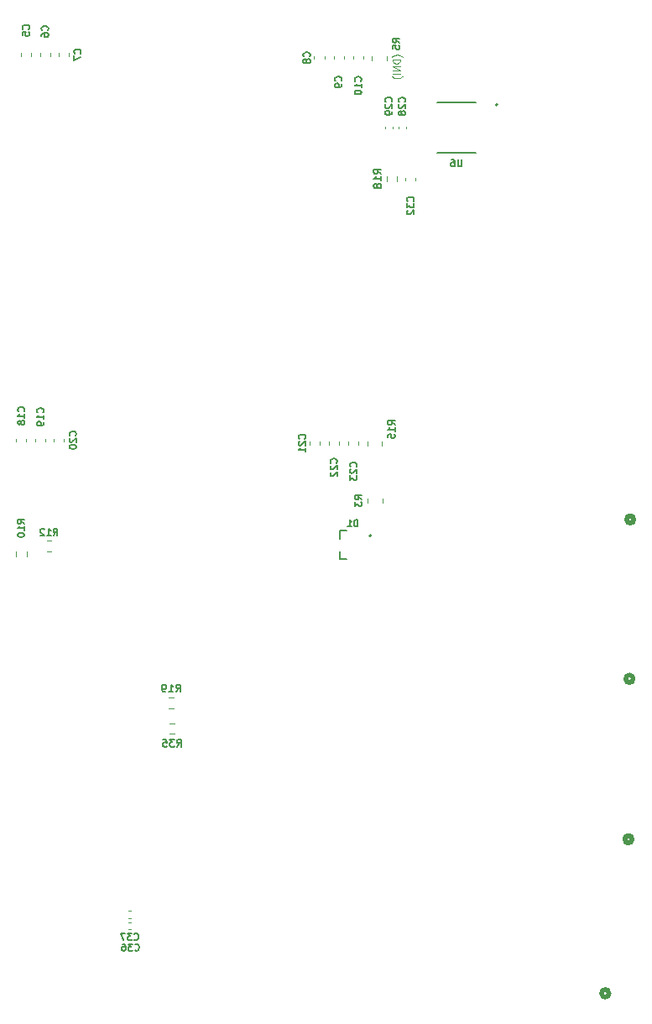
<source format=gbr>
%TF.GenerationSoftware,KiCad,Pcbnew,8.0.6*%
%TF.CreationDate,2025-05-16T10:58:21-04:00*%
%TF.ProjectId,3 - Charge_Pre-Amplifier,33202d20-4368-4617-9267-655f5072652d,rev?*%
%TF.SameCoordinates,Original*%
%TF.FileFunction,Legend,Bot*%
%TF.FilePolarity,Positive*%
%FSLAX46Y46*%
G04 Gerber Fmt 4.6, Leading zero omitted, Abs format (unit mm)*
G04 Created by KiCad (PCBNEW 8.0.6) date 2025-05-16 10:58:21*
%MOMM*%
%LPD*%
G01*
G04 APERTURE LIST*
%ADD10C,0.100000*%
%ADD11C,0.150000*%
%ADD12C,0.508000*%
%ADD13C,0.127000*%
%ADD14C,0.200000*%
%ADD15C,0.120000*%
G04 APERTURE END LIST*
D10*
X303320800Y-70297455D02*
X303287466Y-70264122D01*
X303287466Y-70264122D02*
X303187466Y-70197455D01*
X303187466Y-70197455D02*
X303120800Y-70164122D01*
X303120800Y-70164122D02*
X303020800Y-70130789D01*
X303020800Y-70130789D02*
X302854133Y-70097455D01*
X302854133Y-70097455D02*
X302720800Y-70097455D01*
X302720800Y-70097455D02*
X302554133Y-70130789D01*
X302554133Y-70130789D02*
X302454133Y-70164122D01*
X302454133Y-70164122D02*
X302387466Y-70197455D01*
X302387466Y-70197455D02*
X302287466Y-70264122D01*
X302287466Y-70264122D02*
X302254133Y-70297455D01*
X303054133Y-70564122D02*
X302354133Y-70564122D01*
X302354133Y-70564122D02*
X302354133Y-70730789D01*
X302354133Y-70730789D02*
X302387466Y-70830789D01*
X302387466Y-70830789D02*
X302454133Y-70897456D01*
X302454133Y-70897456D02*
X302520800Y-70930789D01*
X302520800Y-70930789D02*
X302654133Y-70964122D01*
X302654133Y-70964122D02*
X302754133Y-70964122D01*
X302754133Y-70964122D02*
X302887466Y-70930789D01*
X302887466Y-70930789D02*
X302954133Y-70897456D01*
X302954133Y-70897456D02*
X303020800Y-70830789D01*
X303020800Y-70830789D02*
X303054133Y-70730789D01*
X303054133Y-70730789D02*
X303054133Y-70564122D01*
X303054133Y-71264122D02*
X302354133Y-71264122D01*
X302354133Y-71264122D02*
X303054133Y-71664122D01*
X303054133Y-71664122D02*
X302354133Y-71664122D01*
X303054133Y-71997455D02*
X302354133Y-71997455D01*
X303320800Y-72264122D02*
X303287466Y-72297455D01*
X303287466Y-72297455D02*
X303187466Y-72364122D01*
X303187466Y-72364122D02*
X303120800Y-72397455D01*
X303120800Y-72397455D02*
X303020800Y-72430788D01*
X303020800Y-72430788D02*
X302854133Y-72464122D01*
X302854133Y-72464122D02*
X302720800Y-72464122D01*
X302720800Y-72464122D02*
X302554133Y-72430788D01*
X302554133Y-72430788D02*
X302454133Y-72397455D01*
X302454133Y-72397455D02*
X302387466Y-72364122D01*
X302387466Y-72364122D02*
X302287466Y-72297455D01*
X302287466Y-72297455D02*
X302254133Y-72264122D01*
D11*
X298772381Y-117638276D02*
X298772381Y-116998276D01*
X298772381Y-116998276D02*
X298620000Y-116998276D01*
X298620000Y-116998276D02*
X298528571Y-117028752D01*
X298528571Y-117028752D02*
X298467619Y-117089704D01*
X298467619Y-117089704D02*
X298437142Y-117150657D01*
X298437142Y-117150657D02*
X298406666Y-117272561D01*
X298406666Y-117272561D02*
X298406666Y-117363990D01*
X298406666Y-117363990D02*
X298437142Y-117485895D01*
X298437142Y-117485895D02*
X298467619Y-117546847D01*
X298467619Y-117546847D02*
X298528571Y-117607800D01*
X298528571Y-117607800D02*
X298620000Y-117638276D01*
X298620000Y-117638276D02*
X298772381Y-117638276D01*
X297797142Y-117638276D02*
X298162857Y-117638276D01*
X297980000Y-117638276D02*
X297980000Y-116998276D01*
X297980000Y-116998276D02*
X298040952Y-117089704D01*
X298040952Y-117089704D02*
X298101904Y-117150657D01*
X298101904Y-117150657D02*
X298162857Y-117181133D01*
X276320000Y-160399366D02*
X276353333Y-160432700D01*
X276353333Y-160432700D02*
X276453333Y-160466033D01*
X276453333Y-160466033D02*
X276520000Y-160466033D01*
X276520000Y-160466033D02*
X276620000Y-160432700D01*
X276620000Y-160432700D02*
X276686667Y-160366033D01*
X276686667Y-160366033D02*
X276720000Y-160299366D01*
X276720000Y-160299366D02*
X276753333Y-160166033D01*
X276753333Y-160166033D02*
X276753333Y-160066033D01*
X276753333Y-160066033D02*
X276720000Y-159932700D01*
X276720000Y-159932700D02*
X276686667Y-159866033D01*
X276686667Y-159866033D02*
X276620000Y-159799366D01*
X276620000Y-159799366D02*
X276520000Y-159766033D01*
X276520000Y-159766033D02*
X276453333Y-159766033D01*
X276453333Y-159766033D02*
X276353333Y-159799366D01*
X276353333Y-159799366D02*
X276320000Y-159832700D01*
X276086667Y-159766033D02*
X275653333Y-159766033D01*
X275653333Y-159766033D02*
X275886667Y-160032700D01*
X275886667Y-160032700D02*
X275786667Y-160032700D01*
X275786667Y-160032700D02*
X275720000Y-160066033D01*
X275720000Y-160066033D02*
X275686667Y-160099366D01*
X275686667Y-160099366D02*
X275653333Y-160166033D01*
X275653333Y-160166033D02*
X275653333Y-160332700D01*
X275653333Y-160332700D02*
X275686667Y-160399366D01*
X275686667Y-160399366D02*
X275720000Y-160432700D01*
X275720000Y-160432700D02*
X275786667Y-160466033D01*
X275786667Y-160466033D02*
X275986667Y-160466033D01*
X275986667Y-160466033D02*
X276053333Y-160432700D01*
X276053333Y-160432700D02*
X276086667Y-160399366D01*
X275053333Y-159766033D02*
X275186666Y-159766033D01*
X275186666Y-159766033D02*
X275253333Y-159799366D01*
X275253333Y-159799366D02*
X275286666Y-159832700D01*
X275286666Y-159832700D02*
X275353333Y-159932700D01*
X275353333Y-159932700D02*
X275386666Y-160066033D01*
X275386666Y-160066033D02*
X275386666Y-160332700D01*
X275386666Y-160332700D02*
X275353333Y-160399366D01*
X275353333Y-160399366D02*
X275320000Y-160432700D01*
X275320000Y-160432700D02*
X275253333Y-160466033D01*
X275253333Y-160466033D02*
X275120000Y-160466033D01*
X275120000Y-160466033D02*
X275053333Y-160432700D01*
X275053333Y-160432700D02*
X275020000Y-160399366D01*
X275020000Y-160399366D02*
X274986666Y-160332700D01*
X274986666Y-160332700D02*
X274986666Y-160166033D01*
X274986666Y-160166033D02*
X275020000Y-160099366D01*
X275020000Y-160099366D02*
X275053333Y-160066033D01*
X275053333Y-160066033D02*
X275120000Y-160032700D01*
X275120000Y-160032700D02*
X275253333Y-160032700D01*
X275253333Y-160032700D02*
X275320000Y-160066033D01*
X275320000Y-160066033D02*
X275353333Y-160099366D01*
X275353333Y-160099366D02*
X275386666Y-160166033D01*
X280472143Y-134359164D02*
X280722143Y-134002021D01*
X280900714Y-134359164D02*
X280900714Y-133609164D01*
X280900714Y-133609164D02*
X280615000Y-133609164D01*
X280615000Y-133609164D02*
X280543571Y-133644878D01*
X280543571Y-133644878D02*
X280507857Y-133680592D01*
X280507857Y-133680592D02*
X280472143Y-133752021D01*
X280472143Y-133752021D02*
X280472143Y-133859164D01*
X280472143Y-133859164D02*
X280507857Y-133930592D01*
X280507857Y-133930592D02*
X280543571Y-133966307D01*
X280543571Y-133966307D02*
X280615000Y-134002021D01*
X280615000Y-134002021D02*
X280900714Y-134002021D01*
X279757857Y-134359164D02*
X280186428Y-134359164D01*
X279972143Y-134359164D02*
X279972143Y-133609164D01*
X279972143Y-133609164D02*
X280043571Y-133716307D01*
X280043571Y-133716307D02*
X280115000Y-133787735D01*
X280115000Y-133787735D02*
X280186428Y-133823450D01*
X279400714Y-134359164D02*
X279257857Y-134359164D01*
X279257857Y-134359164D02*
X279186428Y-134323450D01*
X279186428Y-134323450D02*
X279150714Y-134287735D01*
X279150714Y-134287735D02*
X279079285Y-134180592D01*
X279079285Y-134180592D02*
X279043571Y-134037735D01*
X279043571Y-134037735D02*
X279043571Y-133752021D01*
X279043571Y-133752021D02*
X279079285Y-133680592D01*
X279079285Y-133680592D02*
X279115000Y-133644878D01*
X279115000Y-133644878D02*
X279186428Y-133609164D01*
X279186428Y-133609164D02*
X279329285Y-133609164D01*
X279329285Y-133609164D02*
X279400714Y-133644878D01*
X279400714Y-133644878D02*
X279436428Y-133680592D01*
X279436428Y-133680592D02*
X279472142Y-133752021D01*
X279472142Y-133752021D02*
X279472142Y-133930592D01*
X279472142Y-133930592D02*
X279436428Y-134002021D01*
X279436428Y-134002021D02*
X279400714Y-134037735D01*
X279400714Y-134037735D02*
X279329285Y-134073450D01*
X279329285Y-134073450D02*
X279186428Y-134073450D01*
X279186428Y-134073450D02*
X279115000Y-134037735D01*
X279115000Y-134037735D02*
X279079285Y-134002021D01*
X279079285Y-134002021D02*
X279043571Y-133930592D01*
X302214366Y-74804999D02*
X302247700Y-74771666D01*
X302247700Y-74771666D02*
X302281033Y-74671666D01*
X302281033Y-74671666D02*
X302281033Y-74604999D01*
X302281033Y-74604999D02*
X302247700Y-74504999D01*
X302247700Y-74504999D02*
X302181033Y-74438333D01*
X302181033Y-74438333D02*
X302114366Y-74404999D01*
X302114366Y-74404999D02*
X301981033Y-74371666D01*
X301981033Y-74371666D02*
X301881033Y-74371666D01*
X301881033Y-74371666D02*
X301747700Y-74404999D01*
X301747700Y-74404999D02*
X301681033Y-74438333D01*
X301681033Y-74438333D02*
X301614366Y-74504999D01*
X301614366Y-74504999D02*
X301581033Y-74604999D01*
X301581033Y-74604999D02*
X301581033Y-74671666D01*
X301581033Y-74671666D02*
X301614366Y-74771666D01*
X301614366Y-74771666D02*
X301647700Y-74804999D01*
X301647700Y-75071666D02*
X301614366Y-75104999D01*
X301614366Y-75104999D02*
X301581033Y-75171666D01*
X301581033Y-75171666D02*
X301581033Y-75338333D01*
X301581033Y-75338333D02*
X301614366Y-75404999D01*
X301614366Y-75404999D02*
X301647700Y-75438333D01*
X301647700Y-75438333D02*
X301714366Y-75471666D01*
X301714366Y-75471666D02*
X301781033Y-75471666D01*
X301781033Y-75471666D02*
X301881033Y-75438333D01*
X301881033Y-75438333D02*
X302281033Y-75038333D01*
X302281033Y-75038333D02*
X302281033Y-75471666D01*
X302281033Y-75805000D02*
X302281033Y-75938333D01*
X302281033Y-75938333D02*
X302247700Y-76005000D01*
X302247700Y-76005000D02*
X302214366Y-76038333D01*
X302214366Y-76038333D02*
X302114366Y-76105000D01*
X302114366Y-76105000D02*
X301981033Y-76138333D01*
X301981033Y-76138333D02*
X301714366Y-76138333D01*
X301714366Y-76138333D02*
X301647700Y-76105000D01*
X301647700Y-76105000D02*
X301614366Y-76071666D01*
X301614366Y-76071666D02*
X301581033Y-76005000D01*
X301581033Y-76005000D02*
X301581033Y-75871666D01*
X301581033Y-75871666D02*
X301614366Y-75805000D01*
X301614366Y-75805000D02*
X301647700Y-75771666D01*
X301647700Y-75771666D02*
X301714366Y-75738333D01*
X301714366Y-75738333D02*
X301881033Y-75738333D01*
X301881033Y-75738333D02*
X301947700Y-75771666D01*
X301947700Y-75771666D02*
X301981033Y-75805000D01*
X301981033Y-75805000D02*
X302014366Y-75871666D01*
X302014366Y-75871666D02*
X302014366Y-76005000D01*
X302014366Y-76005000D02*
X301981033Y-76071666D01*
X301981033Y-76071666D02*
X301947700Y-76105000D01*
X301947700Y-76105000D02*
X301881033Y-76138333D01*
X299226033Y-114933333D02*
X298892700Y-114700000D01*
X299226033Y-114533333D02*
X298526033Y-114533333D01*
X298526033Y-114533333D02*
X298526033Y-114800000D01*
X298526033Y-114800000D02*
X298559366Y-114866667D01*
X298559366Y-114866667D02*
X298592700Y-114900000D01*
X298592700Y-114900000D02*
X298659366Y-114933333D01*
X298659366Y-114933333D02*
X298759366Y-114933333D01*
X298759366Y-114933333D02*
X298826033Y-114900000D01*
X298826033Y-114900000D02*
X298859366Y-114866667D01*
X298859366Y-114866667D02*
X298892700Y-114800000D01*
X298892700Y-114800000D02*
X298892700Y-114533333D01*
X298526033Y-115166667D02*
X298526033Y-115600000D01*
X298526033Y-115600000D02*
X298792700Y-115366667D01*
X298792700Y-115366667D02*
X298792700Y-115466667D01*
X298792700Y-115466667D02*
X298826033Y-115533333D01*
X298826033Y-115533333D02*
X298859366Y-115566667D01*
X298859366Y-115566667D02*
X298926033Y-115600000D01*
X298926033Y-115600000D02*
X299092700Y-115600000D01*
X299092700Y-115600000D02*
X299159366Y-115566667D01*
X299159366Y-115566667D02*
X299192700Y-115533333D01*
X299192700Y-115533333D02*
X299226033Y-115466667D01*
X299226033Y-115466667D02*
X299226033Y-115266667D01*
X299226033Y-115266667D02*
X299192700Y-115200000D01*
X299192700Y-115200000D02*
X299159366Y-115166667D01*
X270804366Y-69948333D02*
X270837700Y-69915000D01*
X270837700Y-69915000D02*
X270871033Y-69815000D01*
X270871033Y-69815000D02*
X270871033Y-69748333D01*
X270871033Y-69748333D02*
X270837700Y-69648333D01*
X270837700Y-69648333D02*
X270771033Y-69581667D01*
X270771033Y-69581667D02*
X270704366Y-69548333D01*
X270704366Y-69548333D02*
X270571033Y-69515000D01*
X270571033Y-69515000D02*
X270471033Y-69515000D01*
X270471033Y-69515000D02*
X270337700Y-69548333D01*
X270337700Y-69548333D02*
X270271033Y-69581667D01*
X270271033Y-69581667D02*
X270204366Y-69648333D01*
X270204366Y-69648333D02*
X270171033Y-69748333D01*
X270171033Y-69748333D02*
X270171033Y-69815000D01*
X270171033Y-69815000D02*
X270204366Y-69915000D01*
X270204366Y-69915000D02*
X270237700Y-69948333D01*
X270171033Y-70181667D02*
X270171033Y-70648333D01*
X270171033Y-70648333D02*
X270871033Y-70348333D01*
X293474366Y-108809999D02*
X293507700Y-108776666D01*
X293507700Y-108776666D02*
X293541033Y-108676666D01*
X293541033Y-108676666D02*
X293541033Y-108609999D01*
X293541033Y-108609999D02*
X293507700Y-108509999D01*
X293507700Y-108509999D02*
X293441033Y-108443333D01*
X293441033Y-108443333D02*
X293374366Y-108409999D01*
X293374366Y-108409999D02*
X293241033Y-108376666D01*
X293241033Y-108376666D02*
X293141033Y-108376666D01*
X293141033Y-108376666D02*
X293007700Y-108409999D01*
X293007700Y-108409999D02*
X292941033Y-108443333D01*
X292941033Y-108443333D02*
X292874366Y-108509999D01*
X292874366Y-108509999D02*
X292841033Y-108609999D01*
X292841033Y-108609999D02*
X292841033Y-108676666D01*
X292841033Y-108676666D02*
X292874366Y-108776666D01*
X292874366Y-108776666D02*
X292907700Y-108809999D01*
X292907700Y-109076666D02*
X292874366Y-109109999D01*
X292874366Y-109109999D02*
X292841033Y-109176666D01*
X292841033Y-109176666D02*
X292841033Y-109343333D01*
X292841033Y-109343333D02*
X292874366Y-109409999D01*
X292874366Y-109409999D02*
X292907700Y-109443333D01*
X292907700Y-109443333D02*
X292974366Y-109476666D01*
X292974366Y-109476666D02*
X293041033Y-109476666D01*
X293041033Y-109476666D02*
X293141033Y-109443333D01*
X293141033Y-109443333D02*
X293541033Y-109043333D01*
X293541033Y-109043333D02*
X293541033Y-109476666D01*
X293541033Y-110143333D02*
X293541033Y-109743333D01*
X293541033Y-109943333D02*
X292841033Y-109943333D01*
X292841033Y-109943333D02*
X292941033Y-109876666D01*
X292941033Y-109876666D02*
X293007700Y-109810000D01*
X293007700Y-109810000D02*
X293041033Y-109743333D01*
X296664366Y-111259999D02*
X296697700Y-111226666D01*
X296697700Y-111226666D02*
X296731033Y-111126666D01*
X296731033Y-111126666D02*
X296731033Y-111059999D01*
X296731033Y-111059999D02*
X296697700Y-110959999D01*
X296697700Y-110959999D02*
X296631033Y-110893333D01*
X296631033Y-110893333D02*
X296564366Y-110859999D01*
X296564366Y-110859999D02*
X296431033Y-110826666D01*
X296431033Y-110826666D02*
X296331033Y-110826666D01*
X296331033Y-110826666D02*
X296197700Y-110859999D01*
X296197700Y-110859999D02*
X296131033Y-110893333D01*
X296131033Y-110893333D02*
X296064366Y-110959999D01*
X296064366Y-110959999D02*
X296031033Y-111059999D01*
X296031033Y-111059999D02*
X296031033Y-111126666D01*
X296031033Y-111126666D02*
X296064366Y-111226666D01*
X296064366Y-111226666D02*
X296097700Y-111259999D01*
X296097700Y-111526666D02*
X296064366Y-111559999D01*
X296064366Y-111559999D02*
X296031033Y-111626666D01*
X296031033Y-111626666D02*
X296031033Y-111793333D01*
X296031033Y-111793333D02*
X296064366Y-111859999D01*
X296064366Y-111859999D02*
X296097700Y-111893333D01*
X296097700Y-111893333D02*
X296164366Y-111926666D01*
X296164366Y-111926666D02*
X296231033Y-111926666D01*
X296231033Y-111926666D02*
X296331033Y-111893333D01*
X296331033Y-111893333D02*
X296731033Y-111493333D01*
X296731033Y-111493333D02*
X296731033Y-111926666D01*
X296097700Y-112193333D02*
X296064366Y-112226666D01*
X296064366Y-112226666D02*
X296031033Y-112293333D01*
X296031033Y-112293333D02*
X296031033Y-112460000D01*
X296031033Y-112460000D02*
X296064366Y-112526666D01*
X296064366Y-112526666D02*
X296097700Y-112560000D01*
X296097700Y-112560000D02*
X296164366Y-112593333D01*
X296164366Y-112593333D02*
X296231033Y-112593333D01*
X296231033Y-112593333D02*
X296331033Y-112560000D01*
X296331033Y-112560000D02*
X296731033Y-112160000D01*
X296731033Y-112160000D02*
X296731033Y-112593333D01*
X267054366Y-106159999D02*
X267087700Y-106126666D01*
X267087700Y-106126666D02*
X267121033Y-106026666D01*
X267121033Y-106026666D02*
X267121033Y-105959999D01*
X267121033Y-105959999D02*
X267087700Y-105859999D01*
X267087700Y-105859999D02*
X267021033Y-105793333D01*
X267021033Y-105793333D02*
X266954366Y-105759999D01*
X266954366Y-105759999D02*
X266821033Y-105726666D01*
X266821033Y-105726666D02*
X266721033Y-105726666D01*
X266721033Y-105726666D02*
X266587700Y-105759999D01*
X266587700Y-105759999D02*
X266521033Y-105793333D01*
X266521033Y-105793333D02*
X266454366Y-105859999D01*
X266454366Y-105859999D02*
X266421033Y-105959999D01*
X266421033Y-105959999D02*
X266421033Y-106026666D01*
X266421033Y-106026666D02*
X266454366Y-106126666D01*
X266454366Y-106126666D02*
X266487700Y-106159999D01*
X267121033Y-106826666D02*
X267121033Y-106426666D01*
X267121033Y-106626666D02*
X266421033Y-106626666D01*
X266421033Y-106626666D02*
X266521033Y-106559999D01*
X266521033Y-106559999D02*
X266587700Y-106493333D01*
X266587700Y-106493333D02*
X266621033Y-106426666D01*
X267121033Y-107160000D02*
X267121033Y-107293333D01*
X267121033Y-107293333D02*
X267087700Y-107360000D01*
X267087700Y-107360000D02*
X267054366Y-107393333D01*
X267054366Y-107393333D02*
X266954366Y-107460000D01*
X266954366Y-107460000D02*
X266821033Y-107493333D01*
X266821033Y-107493333D02*
X266554366Y-107493333D01*
X266554366Y-107493333D02*
X266487700Y-107460000D01*
X266487700Y-107460000D02*
X266454366Y-107426666D01*
X266454366Y-107426666D02*
X266421033Y-107360000D01*
X266421033Y-107360000D02*
X266421033Y-107226666D01*
X266421033Y-107226666D02*
X266454366Y-107160000D01*
X266454366Y-107160000D02*
X266487700Y-107126666D01*
X266487700Y-107126666D02*
X266554366Y-107093333D01*
X266554366Y-107093333D02*
X266721033Y-107093333D01*
X266721033Y-107093333D02*
X266787700Y-107126666D01*
X266787700Y-107126666D02*
X266821033Y-107160000D01*
X266821033Y-107160000D02*
X266854366Y-107226666D01*
X266854366Y-107226666D02*
X266854366Y-107360000D01*
X266854366Y-107360000D02*
X266821033Y-107426666D01*
X266821033Y-107426666D02*
X266787700Y-107460000D01*
X266787700Y-107460000D02*
X266721033Y-107493333D01*
X301179164Y-82087856D02*
X300822021Y-81837856D01*
X301179164Y-81659285D02*
X300429164Y-81659285D01*
X300429164Y-81659285D02*
X300429164Y-81944999D01*
X300429164Y-81944999D02*
X300464878Y-82016428D01*
X300464878Y-82016428D02*
X300500592Y-82052142D01*
X300500592Y-82052142D02*
X300572021Y-82087856D01*
X300572021Y-82087856D02*
X300679164Y-82087856D01*
X300679164Y-82087856D02*
X300750592Y-82052142D01*
X300750592Y-82052142D02*
X300786307Y-82016428D01*
X300786307Y-82016428D02*
X300822021Y-81944999D01*
X300822021Y-81944999D02*
X300822021Y-81659285D01*
X301179164Y-82802142D02*
X301179164Y-82373571D01*
X301179164Y-82587856D02*
X300429164Y-82587856D01*
X300429164Y-82587856D02*
X300536307Y-82516428D01*
X300536307Y-82516428D02*
X300607735Y-82444999D01*
X300607735Y-82444999D02*
X300643450Y-82373571D01*
X300750592Y-83230714D02*
X300714878Y-83159285D01*
X300714878Y-83159285D02*
X300679164Y-83123571D01*
X300679164Y-83123571D02*
X300607735Y-83087857D01*
X300607735Y-83087857D02*
X300572021Y-83087857D01*
X300572021Y-83087857D02*
X300500592Y-83123571D01*
X300500592Y-83123571D02*
X300464878Y-83159285D01*
X300464878Y-83159285D02*
X300429164Y-83230714D01*
X300429164Y-83230714D02*
X300429164Y-83373571D01*
X300429164Y-83373571D02*
X300464878Y-83445000D01*
X300464878Y-83445000D02*
X300500592Y-83480714D01*
X300500592Y-83480714D02*
X300572021Y-83516428D01*
X300572021Y-83516428D02*
X300607735Y-83516428D01*
X300607735Y-83516428D02*
X300679164Y-83480714D01*
X300679164Y-83480714D02*
X300714878Y-83445000D01*
X300714878Y-83445000D02*
X300750592Y-83373571D01*
X300750592Y-83373571D02*
X300750592Y-83230714D01*
X300750592Y-83230714D02*
X300786307Y-83159285D01*
X300786307Y-83159285D02*
X300822021Y-83123571D01*
X300822021Y-83123571D02*
X300893450Y-83087857D01*
X300893450Y-83087857D02*
X301036307Y-83087857D01*
X301036307Y-83087857D02*
X301107735Y-83123571D01*
X301107735Y-83123571D02*
X301143450Y-83159285D01*
X301143450Y-83159285D02*
X301179164Y-83230714D01*
X301179164Y-83230714D02*
X301179164Y-83373571D01*
X301179164Y-83373571D02*
X301143450Y-83445000D01*
X301143450Y-83445000D02*
X301107735Y-83480714D01*
X301107735Y-83480714D02*
X301036307Y-83516428D01*
X301036307Y-83516428D02*
X300893450Y-83516428D01*
X300893450Y-83516428D02*
X300822021Y-83480714D01*
X300822021Y-83480714D02*
X300786307Y-83445000D01*
X300786307Y-83445000D02*
X300750592Y-83373571D01*
X265176033Y-117369999D02*
X264842700Y-117136666D01*
X265176033Y-116969999D02*
X264476033Y-116969999D01*
X264476033Y-116969999D02*
X264476033Y-117236666D01*
X264476033Y-117236666D02*
X264509366Y-117303333D01*
X264509366Y-117303333D02*
X264542700Y-117336666D01*
X264542700Y-117336666D02*
X264609366Y-117369999D01*
X264609366Y-117369999D02*
X264709366Y-117369999D01*
X264709366Y-117369999D02*
X264776033Y-117336666D01*
X264776033Y-117336666D02*
X264809366Y-117303333D01*
X264809366Y-117303333D02*
X264842700Y-117236666D01*
X264842700Y-117236666D02*
X264842700Y-116969999D01*
X265176033Y-118036666D02*
X265176033Y-117636666D01*
X265176033Y-117836666D02*
X264476033Y-117836666D01*
X264476033Y-117836666D02*
X264576033Y-117769999D01*
X264576033Y-117769999D02*
X264642700Y-117703333D01*
X264642700Y-117703333D02*
X264676033Y-117636666D01*
X264476033Y-118470000D02*
X264476033Y-118536666D01*
X264476033Y-118536666D02*
X264509366Y-118603333D01*
X264509366Y-118603333D02*
X264542700Y-118636666D01*
X264542700Y-118636666D02*
X264609366Y-118670000D01*
X264609366Y-118670000D02*
X264742700Y-118703333D01*
X264742700Y-118703333D02*
X264909366Y-118703333D01*
X264909366Y-118703333D02*
X265042700Y-118670000D01*
X265042700Y-118670000D02*
X265109366Y-118636666D01*
X265109366Y-118636666D02*
X265142700Y-118603333D01*
X265142700Y-118603333D02*
X265176033Y-118536666D01*
X265176033Y-118536666D02*
X265176033Y-118470000D01*
X265176033Y-118470000D02*
X265142700Y-118403333D01*
X265142700Y-118403333D02*
X265109366Y-118370000D01*
X265109366Y-118370000D02*
X265042700Y-118336666D01*
X265042700Y-118336666D02*
X264909366Y-118303333D01*
X264909366Y-118303333D02*
X264742700Y-118303333D01*
X264742700Y-118303333D02*
X264609366Y-118336666D01*
X264609366Y-118336666D02*
X264542700Y-118370000D01*
X264542700Y-118370000D02*
X264509366Y-118403333D01*
X264509366Y-118403333D02*
X264476033Y-118470000D01*
X309308333Y-80651033D02*
X309308333Y-81217700D01*
X309308333Y-81217700D02*
X309275000Y-81284366D01*
X309275000Y-81284366D02*
X309241666Y-81317700D01*
X309241666Y-81317700D02*
X309175000Y-81351033D01*
X309175000Y-81351033D02*
X309041666Y-81351033D01*
X309041666Y-81351033D02*
X308975000Y-81317700D01*
X308975000Y-81317700D02*
X308941666Y-81284366D01*
X308941666Y-81284366D02*
X308908333Y-81217700D01*
X308908333Y-81217700D02*
X308908333Y-80651033D01*
X308275000Y-80651033D02*
X308408333Y-80651033D01*
X308408333Y-80651033D02*
X308475000Y-80684366D01*
X308475000Y-80684366D02*
X308508333Y-80717700D01*
X308508333Y-80717700D02*
X308575000Y-80817700D01*
X308575000Y-80817700D02*
X308608333Y-80951033D01*
X308608333Y-80951033D02*
X308608333Y-81217700D01*
X308608333Y-81217700D02*
X308575000Y-81284366D01*
X308575000Y-81284366D02*
X308541667Y-81317700D01*
X308541667Y-81317700D02*
X308475000Y-81351033D01*
X308475000Y-81351033D02*
X308341667Y-81351033D01*
X308341667Y-81351033D02*
X308275000Y-81317700D01*
X308275000Y-81317700D02*
X308241667Y-81284366D01*
X308241667Y-81284366D02*
X308208333Y-81217700D01*
X308208333Y-81217700D02*
X308208333Y-81051033D01*
X308208333Y-81051033D02*
X308241667Y-80984366D01*
X308241667Y-80984366D02*
X308275000Y-80951033D01*
X308275000Y-80951033D02*
X308341667Y-80917700D01*
X308341667Y-80917700D02*
X308475000Y-80917700D01*
X308475000Y-80917700D02*
X308541667Y-80951033D01*
X308541667Y-80951033D02*
X308575000Y-80984366D01*
X308575000Y-80984366D02*
X308608333Y-81051033D01*
X302561033Y-107409999D02*
X302227700Y-107176666D01*
X302561033Y-107009999D02*
X301861033Y-107009999D01*
X301861033Y-107009999D02*
X301861033Y-107276666D01*
X301861033Y-107276666D02*
X301894366Y-107343333D01*
X301894366Y-107343333D02*
X301927700Y-107376666D01*
X301927700Y-107376666D02*
X301994366Y-107409999D01*
X301994366Y-107409999D02*
X302094366Y-107409999D01*
X302094366Y-107409999D02*
X302161033Y-107376666D01*
X302161033Y-107376666D02*
X302194366Y-107343333D01*
X302194366Y-107343333D02*
X302227700Y-107276666D01*
X302227700Y-107276666D02*
X302227700Y-107009999D01*
X302561033Y-108076666D02*
X302561033Y-107676666D01*
X302561033Y-107876666D02*
X301861033Y-107876666D01*
X301861033Y-107876666D02*
X301961033Y-107809999D01*
X301961033Y-107809999D02*
X302027700Y-107743333D01*
X302027700Y-107743333D02*
X302061033Y-107676666D01*
X301861033Y-108710000D02*
X301861033Y-108376666D01*
X301861033Y-108376666D02*
X302194366Y-108343333D01*
X302194366Y-108343333D02*
X302161033Y-108376666D01*
X302161033Y-108376666D02*
X302127700Y-108443333D01*
X302127700Y-108443333D02*
X302127700Y-108610000D01*
X302127700Y-108610000D02*
X302161033Y-108676666D01*
X302161033Y-108676666D02*
X302194366Y-108710000D01*
X302194366Y-108710000D02*
X302261033Y-108743333D01*
X302261033Y-108743333D02*
X302427700Y-108743333D01*
X302427700Y-108743333D02*
X302494366Y-108710000D01*
X302494366Y-108710000D02*
X302527700Y-108676666D01*
X302527700Y-108676666D02*
X302561033Y-108610000D01*
X302561033Y-108610000D02*
X302561033Y-108443333D01*
X302561033Y-108443333D02*
X302527700Y-108376666D01*
X302527700Y-108376666D02*
X302494366Y-108343333D01*
X267524366Y-67608333D02*
X267557700Y-67575000D01*
X267557700Y-67575000D02*
X267591033Y-67475000D01*
X267591033Y-67475000D02*
X267591033Y-67408333D01*
X267591033Y-67408333D02*
X267557700Y-67308333D01*
X267557700Y-67308333D02*
X267491033Y-67241667D01*
X267491033Y-67241667D02*
X267424366Y-67208333D01*
X267424366Y-67208333D02*
X267291033Y-67175000D01*
X267291033Y-67175000D02*
X267191033Y-67175000D01*
X267191033Y-67175000D02*
X267057700Y-67208333D01*
X267057700Y-67208333D02*
X266991033Y-67241667D01*
X266991033Y-67241667D02*
X266924366Y-67308333D01*
X266924366Y-67308333D02*
X266891033Y-67408333D01*
X266891033Y-67408333D02*
X266891033Y-67475000D01*
X266891033Y-67475000D02*
X266924366Y-67575000D01*
X266924366Y-67575000D02*
X266957700Y-67608333D01*
X266891033Y-68208333D02*
X266891033Y-68075000D01*
X266891033Y-68075000D02*
X266924366Y-68008333D01*
X266924366Y-68008333D02*
X266957700Y-67975000D01*
X266957700Y-67975000D02*
X267057700Y-67908333D01*
X267057700Y-67908333D02*
X267191033Y-67875000D01*
X267191033Y-67875000D02*
X267457700Y-67875000D01*
X267457700Y-67875000D02*
X267524366Y-67908333D01*
X267524366Y-67908333D02*
X267557700Y-67941667D01*
X267557700Y-67941667D02*
X267591033Y-68008333D01*
X267591033Y-68008333D02*
X267591033Y-68141667D01*
X267591033Y-68141667D02*
X267557700Y-68208333D01*
X267557700Y-68208333D02*
X267524366Y-68241667D01*
X267524366Y-68241667D02*
X267457700Y-68275000D01*
X267457700Y-68275000D02*
X267291033Y-68275000D01*
X267291033Y-68275000D02*
X267224366Y-68241667D01*
X267224366Y-68241667D02*
X267191033Y-68208333D01*
X267191033Y-68208333D02*
X267157700Y-68141667D01*
X267157700Y-68141667D02*
X267157700Y-68008333D01*
X267157700Y-68008333D02*
X267191033Y-67941667D01*
X267191033Y-67941667D02*
X267224366Y-67908333D01*
X267224366Y-67908333D02*
X267291033Y-67875000D01*
X297134366Y-72708333D02*
X297167700Y-72675000D01*
X297167700Y-72675000D02*
X297201033Y-72575000D01*
X297201033Y-72575000D02*
X297201033Y-72508333D01*
X297201033Y-72508333D02*
X297167700Y-72408333D01*
X297167700Y-72408333D02*
X297101033Y-72341667D01*
X297101033Y-72341667D02*
X297034366Y-72308333D01*
X297034366Y-72308333D02*
X296901033Y-72275000D01*
X296901033Y-72275000D02*
X296801033Y-72275000D01*
X296801033Y-72275000D02*
X296667700Y-72308333D01*
X296667700Y-72308333D02*
X296601033Y-72341667D01*
X296601033Y-72341667D02*
X296534366Y-72408333D01*
X296534366Y-72408333D02*
X296501033Y-72508333D01*
X296501033Y-72508333D02*
X296501033Y-72575000D01*
X296501033Y-72575000D02*
X296534366Y-72675000D01*
X296534366Y-72675000D02*
X296567700Y-72708333D01*
X297201033Y-73041667D02*
X297201033Y-73175000D01*
X297201033Y-73175000D02*
X297167700Y-73241667D01*
X297167700Y-73241667D02*
X297134366Y-73275000D01*
X297134366Y-73275000D02*
X297034366Y-73341667D01*
X297034366Y-73341667D02*
X296901033Y-73375000D01*
X296901033Y-73375000D02*
X296634366Y-73375000D01*
X296634366Y-73375000D02*
X296567700Y-73341667D01*
X296567700Y-73341667D02*
X296534366Y-73308333D01*
X296534366Y-73308333D02*
X296501033Y-73241667D01*
X296501033Y-73241667D02*
X296501033Y-73108333D01*
X296501033Y-73108333D02*
X296534366Y-73041667D01*
X296534366Y-73041667D02*
X296567700Y-73008333D01*
X296567700Y-73008333D02*
X296634366Y-72975000D01*
X296634366Y-72975000D02*
X296801033Y-72975000D01*
X296801033Y-72975000D02*
X296867700Y-73008333D01*
X296867700Y-73008333D02*
X296901033Y-73041667D01*
X296901033Y-73041667D02*
X296934366Y-73108333D01*
X296934366Y-73108333D02*
X296934366Y-73241667D01*
X296934366Y-73241667D02*
X296901033Y-73308333D01*
X296901033Y-73308333D02*
X296867700Y-73341667D01*
X296867700Y-73341667D02*
X296801033Y-73375000D01*
X293944366Y-70258333D02*
X293977700Y-70225000D01*
X293977700Y-70225000D02*
X294011033Y-70125000D01*
X294011033Y-70125000D02*
X294011033Y-70058333D01*
X294011033Y-70058333D02*
X293977700Y-69958333D01*
X293977700Y-69958333D02*
X293911033Y-69891667D01*
X293911033Y-69891667D02*
X293844366Y-69858333D01*
X293844366Y-69858333D02*
X293711033Y-69825000D01*
X293711033Y-69825000D02*
X293611033Y-69825000D01*
X293611033Y-69825000D02*
X293477700Y-69858333D01*
X293477700Y-69858333D02*
X293411033Y-69891667D01*
X293411033Y-69891667D02*
X293344366Y-69958333D01*
X293344366Y-69958333D02*
X293311033Y-70058333D01*
X293311033Y-70058333D02*
X293311033Y-70125000D01*
X293311033Y-70125000D02*
X293344366Y-70225000D01*
X293344366Y-70225000D02*
X293377700Y-70258333D01*
X293611033Y-70658333D02*
X293577700Y-70591667D01*
X293577700Y-70591667D02*
X293544366Y-70558333D01*
X293544366Y-70558333D02*
X293477700Y-70525000D01*
X293477700Y-70525000D02*
X293444366Y-70525000D01*
X293444366Y-70525000D02*
X293377700Y-70558333D01*
X293377700Y-70558333D02*
X293344366Y-70591667D01*
X293344366Y-70591667D02*
X293311033Y-70658333D01*
X293311033Y-70658333D02*
X293311033Y-70791667D01*
X293311033Y-70791667D02*
X293344366Y-70858333D01*
X293344366Y-70858333D02*
X293377700Y-70891667D01*
X293377700Y-70891667D02*
X293444366Y-70925000D01*
X293444366Y-70925000D02*
X293477700Y-70925000D01*
X293477700Y-70925000D02*
X293544366Y-70891667D01*
X293544366Y-70891667D02*
X293577700Y-70858333D01*
X293577700Y-70858333D02*
X293611033Y-70791667D01*
X293611033Y-70791667D02*
X293611033Y-70658333D01*
X293611033Y-70658333D02*
X293644366Y-70591667D01*
X293644366Y-70591667D02*
X293677700Y-70558333D01*
X293677700Y-70558333D02*
X293744366Y-70525000D01*
X293744366Y-70525000D02*
X293877700Y-70525000D01*
X293877700Y-70525000D02*
X293944366Y-70558333D01*
X293944366Y-70558333D02*
X293977700Y-70591667D01*
X293977700Y-70591667D02*
X294011033Y-70658333D01*
X294011033Y-70658333D02*
X294011033Y-70791667D01*
X294011033Y-70791667D02*
X293977700Y-70858333D01*
X293977700Y-70858333D02*
X293944366Y-70891667D01*
X293944366Y-70891667D02*
X293877700Y-70925000D01*
X293877700Y-70925000D02*
X293744366Y-70925000D01*
X293744366Y-70925000D02*
X293677700Y-70891667D01*
X293677700Y-70891667D02*
X293644366Y-70858333D01*
X293644366Y-70858333D02*
X293611033Y-70791667D01*
X299124366Y-72734999D02*
X299157700Y-72701666D01*
X299157700Y-72701666D02*
X299191033Y-72601666D01*
X299191033Y-72601666D02*
X299191033Y-72534999D01*
X299191033Y-72534999D02*
X299157700Y-72434999D01*
X299157700Y-72434999D02*
X299091033Y-72368333D01*
X299091033Y-72368333D02*
X299024366Y-72334999D01*
X299024366Y-72334999D02*
X298891033Y-72301666D01*
X298891033Y-72301666D02*
X298791033Y-72301666D01*
X298791033Y-72301666D02*
X298657700Y-72334999D01*
X298657700Y-72334999D02*
X298591033Y-72368333D01*
X298591033Y-72368333D02*
X298524366Y-72434999D01*
X298524366Y-72434999D02*
X298491033Y-72534999D01*
X298491033Y-72534999D02*
X298491033Y-72601666D01*
X298491033Y-72601666D02*
X298524366Y-72701666D01*
X298524366Y-72701666D02*
X298557700Y-72734999D01*
X299191033Y-73401666D02*
X299191033Y-73001666D01*
X299191033Y-73201666D02*
X298491033Y-73201666D01*
X298491033Y-73201666D02*
X298591033Y-73134999D01*
X298591033Y-73134999D02*
X298657700Y-73068333D01*
X298657700Y-73068333D02*
X298691033Y-73001666D01*
X298491033Y-73835000D02*
X298491033Y-73901666D01*
X298491033Y-73901666D02*
X298524366Y-73968333D01*
X298524366Y-73968333D02*
X298557700Y-74001666D01*
X298557700Y-74001666D02*
X298624366Y-74035000D01*
X298624366Y-74035000D02*
X298757700Y-74068333D01*
X298757700Y-74068333D02*
X298924366Y-74068333D01*
X298924366Y-74068333D02*
X299057700Y-74035000D01*
X299057700Y-74035000D02*
X299124366Y-74001666D01*
X299124366Y-74001666D02*
X299157700Y-73968333D01*
X299157700Y-73968333D02*
X299191033Y-73901666D01*
X299191033Y-73901666D02*
X299191033Y-73835000D01*
X299191033Y-73835000D02*
X299157700Y-73768333D01*
X299157700Y-73768333D02*
X299124366Y-73735000D01*
X299124366Y-73735000D02*
X299057700Y-73701666D01*
X299057700Y-73701666D02*
X298924366Y-73668333D01*
X298924366Y-73668333D02*
X298757700Y-73668333D01*
X298757700Y-73668333D02*
X298624366Y-73701666D01*
X298624366Y-73701666D02*
X298557700Y-73735000D01*
X298557700Y-73735000D02*
X298524366Y-73768333D01*
X298524366Y-73768333D02*
X298491033Y-73835000D01*
X304414366Y-84844999D02*
X304447700Y-84811666D01*
X304447700Y-84811666D02*
X304481033Y-84711666D01*
X304481033Y-84711666D02*
X304481033Y-84644999D01*
X304481033Y-84644999D02*
X304447700Y-84544999D01*
X304447700Y-84544999D02*
X304381033Y-84478333D01*
X304381033Y-84478333D02*
X304314366Y-84444999D01*
X304314366Y-84444999D02*
X304181033Y-84411666D01*
X304181033Y-84411666D02*
X304081033Y-84411666D01*
X304081033Y-84411666D02*
X303947700Y-84444999D01*
X303947700Y-84444999D02*
X303881033Y-84478333D01*
X303881033Y-84478333D02*
X303814366Y-84544999D01*
X303814366Y-84544999D02*
X303781033Y-84644999D01*
X303781033Y-84644999D02*
X303781033Y-84711666D01*
X303781033Y-84711666D02*
X303814366Y-84811666D01*
X303814366Y-84811666D02*
X303847700Y-84844999D01*
X303781033Y-85078333D02*
X303781033Y-85511666D01*
X303781033Y-85511666D02*
X304047700Y-85278333D01*
X304047700Y-85278333D02*
X304047700Y-85378333D01*
X304047700Y-85378333D02*
X304081033Y-85444999D01*
X304081033Y-85444999D02*
X304114366Y-85478333D01*
X304114366Y-85478333D02*
X304181033Y-85511666D01*
X304181033Y-85511666D02*
X304347700Y-85511666D01*
X304347700Y-85511666D02*
X304414366Y-85478333D01*
X304414366Y-85478333D02*
X304447700Y-85444999D01*
X304447700Y-85444999D02*
X304481033Y-85378333D01*
X304481033Y-85378333D02*
X304481033Y-85178333D01*
X304481033Y-85178333D02*
X304447700Y-85111666D01*
X304447700Y-85111666D02*
X304414366Y-85078333D01*
X303847700Y-85778333D02*
X303814366Y-85811666D01*
X303814366Y-85811666D02*
X303781033Y-85878333D01*
X303781033Y-85878333D02*
X303781033Y-86045000D01*
X303781033Y-86045000D02*
X303814366Y-86111666D01*
X303814366Y-86111666D02*
X303847700Y-86145000D01*
X303847700Y-86145000D02*
X303914366Y-86178333D01*
X303914366Y-86178333D02*
X303981033Y-86178333D01*
X303981033Y-86178333D02*
X304081033Y-86145000D01*
X304081033Y-86145000D02*
X304481033Y-85745000D01*
X304481033Y-85745000D02*
X304481033Y-86178333D01*
X303031033Y-68858333D02*
X302697700Y-68625000D01*
X303031033Y-68458333D02*
X302331033Y-68458333D01*
X302331033Y-68458333D02*
X302331033Y-68725000D01*
X302331033Y-68725000D02*
X302364366Y-68791667D01*
X302364366Y-68791667D02*
X302397700Y-68825000D01*
X302397700Y-68825000D02*
X302464366Y-68858333D01*
X302464366Y-68858333D02*
X302564366Y-68858333D01*
X302564366Y-68858333D02*
X302631033Y-68825000D01*
X302631033Y-68825000D02*
X302664366Y-68791667D01*
X302664366Y-68791667D02*
X302697700Y-68725000D01*
X302697700Y-68725000D02*
X302697700Y-68458333D01*
X302331033Y-69491667D02*
X302331033Y-69158333D01*
X302331033Y-69158333D02*
X302664366Y-69125000D01*
X302664366Y-69125000D02*
X302631033Y-69158333D01*
X302631033Y-69158333D02*
X302597700Y-69225000D01*
X302597700Y-69225000D02*
X302597700Y-69391667D01*
X302597700Y-69391667D02*
X302631033Y-69458333D01*
X302631033Y-69458333D02*
X302664366Y-69491667D01*
X302664366Y-69491667D02*
X302731033Y-69525000D01*
X302731033Y-69525000D02*
X302897700Y-69525000D01*
X302897700Y-69525000D02*
X302964366Y-69491667D01*
X302964366Y-69491667D02*
X302997700Y-69458333D01*
X302997700Y-69458333D02*
X303031033Y-69391667D01*
X303031033Y-69391667D02*
X303031033Y-69225000D01*
X303031033Y-69225000D02*
X302997700Y-69158333D01*
X302997700Y-69158333D02*
X302964366Y-69125000D01*
X270334366Y-108499999D02*
X270367700Y-108466666D01*
X270367700Y-108466666D02*
X270401033Y-108366666D01*
X270401033Y-108366666D02*
X270401033Y-108299999D01*
X270401033Y-108299999D02*
X270367700Y-108199999D01*
X270367700Y-108199999D02*
X270301033Y-108133333D01*
X270301033Y-108133333D02*
X270234366Y-108099999D01*
X270234366Y-108099999D02*
X270101033Y-108066666D01*
X270101033Y-108066666D02*
X270001033Y-108066666D01*
X270001033Y-108066666D02*
X269867700Y-108099999D01*
X269867700Y-108099999D02*
X269801033Y-108133333D01*
X269801033Y-108133333D02*
X269734366Y-108199999D01*
X269734366Y-108199999D02*
X269701033Y-108299999D01*
X269701033Y-108299999D02*
X269701033Y-108366666D01*
X269701033Y-108366666D02*
X269734366Y-108466666D01*
X269734366Y-108466666D02*
X269767700Y-108499999D01*
X269767700Y-108766666D02*
X269734366Y-108799999D01*
X269734366Y-108799999D02*
X269701033Y-108866666D01*
X269701033Y-108866666D02*
X269701033Y-109033333D01*
X269701033Y-109033333D02*
X269734366Y-109099999D01*
X269734366Y-109099999D02*
X269767700Y-109133333D01*
X269767700Y-109133333D02*
X269834366Y-109166666D01*
X269834366Y-109166666D02*
X269901033Y-109166666D01*
X269901033Y-109166666D02*
X270001033Y-109133333D01*
X270001033Y-109133333D02*
X270401033Y-108733333D01*
X270401033Y-108733333D02*
X270401033Y-109166666D01*
X269701033Y-109600000D02*
X269701033Y-109666666D01*
X269701033Y-109666666D02*
X269734366Y-109733333D01*
X269734366Y-109733333D02*
X269767700Y-109766666D01*
X269767700Y-109766666D02*
X269834366Y-109800000D01*
X269834366Y-109800000D02*
X269967700Y-109833333D01*
X269967700Y-109833333D02*
X270134366Y-109833333D01*
X270134366Y-109833333D02*
X270267700Y-109800000D01*
X270267700Y-109800000D02*
X270334366Y-109766666D01*
X270334366Y-109766666D02*
X270367700Y-109733333D01*
X270367700Y-109733333D02*
X270401033Y-109666666D01*
X270401033Y-109666666D02*
X270401033Y-109600000D01*
X270401033Y-109600000D02*
X270367700Y-109533333D01*
X270367700Y-109533333D02*
X270334366Y-109500000D01*
X270334366Y-109500000D02*
X270267700Y-109466666D01*
X270267700Y-109466666D02*
X270134366Y-109433333D01*
X270134366Y-109433333D02*
X269967700Y-109433333D01*
X269967700Y-109433333D02*
X269834366Y-109466666D01*
X269834366Y-109466666D02*
X269767700Y-109500000D01*
X269767700Y-109500000D02*
X269734366Y-109533333D01*
X269734366Y-109533333D02*
X269701033Y-109600000D01*
X268100000Y-118596033D02*
X268333333Y-118262700D01*
X268500000Y-118596033D02*
X268500000Y-117896033D01*
X268500000Y-117896033D02*
X268233333Y-117896033D01*
X268233333Y-117896033D02*
X268166667Y-117929366D01*
X268166667Y-117929366D02*
X268133333Y-117962700D01*
X268133333Y-117962700D02*
X268100000Y-118029366D01*
X268100000Y-118029366D02*
X268100000Y-118129366D01*
X268100000Y-118129366D02*
X268133333Y-118196033D01*
X268133333Y-118196033D02*
X268166667Y-118229366D01*
X268166667Y-118229366D02*
X268233333Y-118262700D01*
X268233333Y-118262700D02*
X268500000Y-118262700D01*
X267433333Y-118596033D02*
X267833333Y-118596033D01*
X267633333Y-118596033D02*
X267633333Y-117896033D01*
X267633333Y-117896033D02*
X267700000Y-117996033D01*
X267700000Y-117996033D02*
X267766667Y-118062700D01*
X267766667Y-118062700D02*
X267833333Y-118096033D01*
X267166666Y-117962700D02*
X267133333Y-117929366D01*
X267133333Y-117929366D02*
X267066666Y-117896033D01*
X267066666Y-117896033D02*
X266900000Y-117896033D01*
X266900000Y-117896033D02*
X266833333Y-117929366D01*
X266833333Y-117929366D02*
X266800000Y-117962700D01*
X266800000Y-117962700D02*
X266766666Y-118029366D01*
X266766666Y-118029366D02*
X266766666Y-118096033D01*
X266766666Y-118096033D02*
X266800000Y-118196033D01*
X266800000Y-118196033D02*
X267200000Y-118596033D01*
X267200000Y-118596033D02*
X266766666Y-118596033D01*
X303554366Y-74824999D02*
X303587700Y-74791666D01*
X303587700Y-74791666D02*
X303621033Y-74691666D01*
X303621033Y-74691666D02*
X303621033Y-74624999D01*
X303621033Y-74624999D02*
X303587700Y-74524999D01*
X303587700Y-74524999D02*
X303521033Y-74458333D01*
X303521033Y-74458333D02*
X303454366Y-74424999D01*
X303454366Y-74424999D02*
X303321033Y-74391666D01*
X303321033Y-74391666D02*
X303221033Y-74391666D01*
X303221033Y-74391666D02*
X303087700Y-74424999D01*
X303087700Y-74424999D02*
X303021033Y-74458333D01*
X303021033Y-74458333D02*
X302954366Y-74524999D01*
X302954366Y-74524999D02*
X302921033Y-74624999D01*
X302921033Y-74624999D02*
X302921033Y-74691666D01*
X302921033Y-74691666D02*
X302954366Y-74791666D01*
X302954366Y-74791666D02*
X302987700Y-74824999D01*
X302987700Y-75091666D02*
X302954366Y-75124999D01*
X302954366Y-75124999D02*
X302921033Y-75191666D01*
X302921033Y-75191666D02*
X302921033Y-75358333D01*
X302921033Y-75358333D02*
X302954366Y-75424999D01*
X302954366Y-75424999D02*
X302987700Y-75458333D01*
X302987700Y-75458333D02*
X303054366Y-75491666D01*
X303054366Y-75491666D02*
X303121033Y-75491666D01*
X303121033Y-75491666D02*
X303221033Y-75458333D01*
X303221033Y-75458333D02*
X303621033Y-75058333D01*
X303621033Y-75058333D02*
X303621033Y-75491666D01*
X303221033Y-75891666D02*
X303187700Y-75825000D01*
X303187700Y-75825000D02*
X303154366Y-75791666D01*
X303154366Y-75791666D02*
X303087700Y-75758333D01*
X303087700Y-75758333D02*
X303054366Y-75758333D01*
X303054366Y-75758333D02*
X302987700Y-75791666D01*
X302987700Y-75791666D02*
X302954366Y-75825000D01*
X302954366Y-75825000D02*
X302921033Y-75891666D01*
X302921033Y-75891666D02*
X302921033Y-76025000D01*
X302921033Y-76025000D02*
X302954366Y-76091666D01*
X302954366Y-76091666D02*
X302987700Y-76125000D01*
X302987700Y-76125000D02*
X303054366Y-76158333D01*
X303054366Y-76158333D02*
X303087700Y-76158333D01*
X303087700Y-76158333D02*
X303154366Y-76125000D01*
X303154366Y-76125000D02*
X303187700Y-76091666D01*
X303187700Y-76091666D02*
X303221033Y-76025000D01*
X303221033Y-76025000D02*
X303221033Y-75891666D01*
X303221033Y-75891666D02*
X303254366Y-75825000D01*
X303254366Y-75825000D02*
X303287700Y-75791666D01*
X303287700Y-75791666D02*
X303354366Y-75758333D01*
X303354366Y-75758333D02*
X303487700Y-75758333D01*
X303487700Y-75758333D02*
X303554366Y-75791666D01*
X303554366Y-75791666D02*
X303587700Y-75825000D01*
X303587700Y-75825000D02*
X303621033Y-75891666D01*
X303621033Y-75891666D02*
X303621033Y-76025000D01*
X303621033Y-76025000D02*
X303587700Y-76091666D01*
X303587700Y-76091666D02*
X303554366Y-76125000D01*
X303554366Y-76125000D02*
X303487700Y-76158333D01*
X303487700Y-76158333D02*
X303354366Y-76158333D01*
X303354366Y-76158333D02*
X303287700Y-76125000D01*
X303287700Y-76125000D02*
X303254366Y-76091666D01*
X303254366Y-76091666D02*
X303221033Y-76025000D01*
X265604366Y-67503333D02*
X265637700Y-67470000D01*
X265637700Y-67470000D02*
X265671033Y-67370000D01*
X265671033Y-67370000D02*
X265671033Y-67303333D01*
X265671033Y-67303333D02*
X265637700Y-67203333D01*
X265637700Y-67203333D02*
X265571033Y-67136667D01*
X265571033Y-67136667D02*
X265504366Y-67103333D01*
X265504366Y-67103333D02*
X265371033Y-67070000D01*
X265371033Y-67070000D02*
X265271033Y-67070000D01*
X265271033Y-67070000D02*
X265137700Y-67103333D01*
X265137700Y-67103333D02*
X265071033Y-67136667D01*
X265071033Y-67136667D02*
X265004366Y-67203333D01*
X265004366Y-67203333D02*
X264971033Y-67303333D01*
X264971033Y-67303333D02*
X264971033Y-67370000D01*
X264971033Y-67370000D02*
X265004366Y-67470000D01*
X265004366Y-67470000D02*
X265037700Y-67503333D01*
X264971033Y-68136667D02*
X264971033Y-67803333D01*
X264971033Y-67803333D02*
X265304366Y-67770000D01*
X265304366Y-67770000D02*
X265271033Y-67803333D01*
X265271033Y-67803333D02*
X265237700Y-67870000D01*
X265237700Y-67870000D02*
X265237700Y-68036667D01*
X265237700Y-68036667D02*
X265271033Y-68103333D01*
X265271033Y-68103333D02*
X265304366Y-68136667D01*
X265304366Y-68136667D02*
X265371033Y-68170000D01*
X265371033Y-68170000D02*
X265537700Y-68170000D01*
X265537700Y-68170000D02*
X265604366Y-68136667D01*
X265604366Y-68136667D02*
X265637700Y-68103333D01*
X265637700Y-68103333D02*
X265671033Y-68036667D01*
X265671033Y-68036667D02*
X265671033Y-67870000D01*
X265671033Y-67870000D02*
X265637700Y-67803333D01*
X265637700Y-67803333D02*
X265604366Y-67770000D01*
X298654366Y-111619999D02*
X298687700Y-111586666D01*
X298687700Y-111586666D02*
X298721033Y-111486666D01*
X298721033Y-111486666D02*
X298721033Y-111419999D01*
X298721033Y-111419999D02*
X298687700Y-111319999D01*
X298687700Y-111319999D02*
X298621033Y-111253333D01*
X298621033Y-111253333D02*
X298554366Y-111219999D01*
X298554366Y-111219999D02*
X298421033Y-111186666D01*
X298421033Y-111186666D02*
X298321033Y-111186666D01*
X298321033Y-111186666D02*
X298187700Y-111219999D01*
X298187700Y-111219999D02*
X298121033Y-111253333D01*
X298121033Y-111253333D02*
X298054366Y-111319999D01*
X298054366Y-111319999D02*
X298021033Y-111419999D01*
X298021033Y-111419999D02*
X298021033Y-111486666D01*
X298021033Y-111486666D02*
X298054366Y-111586666D01*
X298054366Y-111586666D02*
X298087700Y-111619999D01*
X298087700Y-111886666D02*
X298054366Y-111919999D01*
X298054366Y-111919999D02*
X298021033Y-111986666D01*
X298021033Y-111986666D02*
X298021033Y-112153333D01*
X298021033Y-112153333D02*
X298054366Y-112219999D01*
X298054366Y-112219999D02*
X298087700Y-112253333D01*
X298087700Y-112253333D02*
X298154366Y-112286666D01*
X298154366Y-112286666D02*
X298221033Y-112286666D01*
X298221033Y-112286666D02*
X298321033Y-112253333D01*
X298321033Y-112253333D02*
X298721033Y-111853333D01*
X298721033Y-111853333D02*
X298721033Y-112286666D01*
X298021033Y-112520000D02*
X298021033Y-112953333D01*
X298021033Y-112953333D02*
X298287700Y-112720000D01*
X298287700Y-112720000D02*
X298287700Y-112820000D01*
X298287700Y-112820000D02*
X298321033Y-112886666D01*
X298321033Y-112886666D02*
X298354366Y-112920000D01*
X298354366Y-112920000D02*
X298421033Y-112953333D01*
X298421033Y-112953333D02*
X298587700Y-112953333D01*
X298587700Y-112953333D02*
X298654366Y-112920000D01*
X298654366Y-112920000D02*
X298687700Y-112886666D01*
X298687700Y-112886666D02*
X298721033Y-112820000D01*
X298721033Y-112820000D02*
X298721033Y-112620000D01*
X298721033Y-112620000D02*
X298687700Y-112553333D01*
X298687700Y-112553333D02*
X298654366Y-112520000D01*
X280552143Y-139879164D02*
X280802143Y-139522021D01*
X280980714Y-139879164D02*
X280980714Y-139129164D01*
X280980714Y-139129164D02*
X280695000Y-139129164D01*
X280695000Y-139129164D02*
X280623571Y-139164878D01*
X280623571Y-139164878D02*
X280587857Y-139200592D01*
X280587857Y-139200592D02*
X280552143Y-139272021D01*
X280552143Y-139272021D02*
X280552143Y-139379164D01*
X280552143Y-139379164D02*
X280587857Y-139450592D01*
X280587857Y-139450592D02*
X280623571Y-139486307D01*
X280623571Y-139486307D02*
X280695000Y-139522021D01*
X280695000Y-139522021D02*
X280980714Y-139522021D01*
X280302143Y-139129164D02*
X279837857Y-139129164D01*
X279837857Y-139129164D02*
X280087857Y-139414878D01*
X280087857Y-139414878D02*
X279980714Y-139414878D01*
X279980714Y-139414878D02*
X279909286Y-139450592D01*
X279909286Y-139450592D02*
X279873571Y-139486307D01*
X279873571Y-139486307D02*
X279837857Y-139557735D01*
X279837857Y-139557735D02*
X279837857Y-139736307D01*
X279837857Y-139736307D02*
X279873571Y-139807735D01*
X279873571Y-139807735D02*
X279909286Y-139843450D01*
X279909286Y-139843450D02*
X279980714Y-139879164D01*
X279980714Y-139879164D02*
X280195000Y-139879164D01*
X280195000Y-139879164D02*
X280266428Y-139843450D01*
X280266428Y-139843450D02*
X280302143Y-139807735D01*
X279159285Y-139129164D02*
X279516428Y-139129164D01*
X279516428Y-139129164D02*
X279552142Y-139486307D01*
X279552142Y-139486307D02*
X279516428Y-139450592D01*
X279516428Y-139450592D02*
X279445000Y-139414878D01*
X279445000Y-139414878D02*
X279266428Y-139414878D01*
X279266428Y-139414878D02*
X279195000Y-139450592D01*
X279195000Y-139450592D02*
X279159285Y-139486307D01*
X279159285Y-139486307D02*
X279123571Y-139557735D01*
X279123571Y-139557735D02*
X279123571Y-139736307D01*
X279123571Y-139736307D02*
X279159285Y-139807735D01*
X279159285Y-139807735D02*
X279195000Y-139843450D01*
X279195000Y-139843450D02*
X279266428Y-139879164D01*
X279266428Y-139879164D02*
X279445000Y-139879164D01*
X279445000Y-139879164D02*
X279516428Y-139843450D01*
X279516428Y-139843450D02*
X279552142Y-139807735D01*
X276250000Y-159339366D02*
X276283333Y-159372700D01*
X276283333Y-159372700D02*
X276383333Y-159406033D01*
X276383333Y-159406033D02*
X276450000Y-159406033D01*
X276450000Y-159406033D02*
X276550000Y-159372700D01*
X276550000Y-159372700D02*
X276616667Y-159306033D01*
X276616667Y-159306033D02*
X276650000Y-159239366D01*
X276650000Y-159239366D02*
X276683333Y-159106033D01*
X276683333Y-159106033D02*
X276683333Y-159006033D01*
X276683333Y-159006033D02*
X276650000Y-158872700D01*
X276650000Y-158872700D02*
X276616667Y-158806033D01*
X276616667Y-158806033D02*
X276550000Y-158739366D01*
X276550000Y-158739366D02*
X276450000Y-158706033D01*
X276450000Y-158706033D02*
X276383333Y-158706033D01*
X276383333Y-158706033D02*
X276283333Y-158739366D01*
X276283333Y-158739366D02*
X276250000Y-158772700D01*
X276016667Y-158706033D02*
X275583333Y-158706033D01*
X275583333Y-158706033D02*
X275816667Y-158972700D01*
X275816667Y-158972700D02*
X275716667Y-158972700D01*
X275716667Y-158972700D02*
X275650000Y-159006033D01*
X275650000Y-159006033D02*
X275616667Y-159039366D01*
X275616667Y-159039366D02*
X275583333Y-159106033D01*
X275583333Y-159106033D02*
X275583333Y-159272700D01*
X275583333Y-159272700D02*
X275616667Y-159339366D01*
X275616667Y-159339366D02*
X275650000Y-159372700D01*
X275650000Y-159372700D02*
X275716667Y-159406033D01*
X275716667Y-159406033D02*
X275916667Y-159406033D01*
X275916667Y-159406033D02*
X275983333Y-159372700D01*
X275983333Y-159372700D02*
X276016667Y-159339366D01*
X275350000Y-158706033D02*
X274883333Y-158706033D01*
X274883333Y-158706033D02*
X275183333Y-159406033D01*
X265134366Y-106054999D02*
X265167700Y-106021666D01*
X265167700Y-106021666D02*
X265201033Y-105921666D01*
X265201033Y-105921666D02*
X265201033Y-105854999D01*
X265201033Y-105854999D02*
X265167700Y-105754999D01*
X265167700Y-105754999D02*
X265101033Y-105688333D01*
X265101033Y-105688333D02*
X265034366Y-105654999D01*
X265034366Y-105654999D02*
X264901033Y-105621666D01*
X264901033Y-105621666D02*
X264801033Y-105621666D01*
X264801033Y-105621666D02*
X264667700Y-105654999D01*
X264667700Y-105654999D02*
X264601033Y-105688333D01*
X264601033Y-105688333D02*
X264534366Y-105754999D01*
X264534366Y-105754999D02*
X264501033Y-105854999D01*
X264501033Y-105854999D02*
X264501033Y-105921666D01*
X264501033Y-105921666D02*
X264534366Y-106021666D01*
X264534366Y-106021666D02*
X264567700Y-106054999D01*
X265201033Y-106721666D02*
X265201033Y-106321666D01*
X265201033Y-106521666D02*
X264501033Y-106521666D01*
X264501033Y-106521666D02*
X264601033Y-106454999D01*
X264601033Y-106454999D02*
X264667700Y-106388333D01*
X264667700Y-106388333D02*
X264701033Y-106321666D01*
X264801033Y-107121666D02*
X264767700Y-107055000D01*
X264767700Y-107055000D02*
X264734366Y-107021666D01*
X264734366Y-107021666D02*
X264667700Y-106988333D01*
X264667700Y-106988333D02*
X264634366Y-106988333D01*
X264634366Y-106988333D02*
X264567700Y-107021666D01*
X264567700Y-107021666D02*
X264534366Y-107055000D01*
X264534366Y-107055000D02*
X264501033Y-107121666D01*
X264501033Y-107121666D02*
X264501033Y-107255000D01*
X264501033Y-107255000D02*
X264534366Y-107321666D01*
X264534366Y-107321666D02*
X264567700Y-107355000D01*
X264567700Y-107355000D02*
X264634366Y-107388333D01*
X264634366Y-107388333D02*
X264667700Y-107388333D01*
X264667700Y-107388333D02*
X264734366Y-107355000D01*
X264734366Y-107355000D02*
X264767700Y-107321666D01*
X264767700Y-107321666D02*
X264801033Y-107255000D01*
X264801033Y-107255000D02*
X264801033Y-107121666D01*
X264801033Y-107121666D02*
X264834366Y-107055000D01*
X264834366Y-107055000D02*
X264867700Y-107021666D01*
X264867700Y-107021666D02*
X264934366Y-106988333D01*
X264934366Y-106988333D02*
X265067700Y-106988333D01*
X265067700Y-106988333D02*
X265134366Y-107021666D01*
X265134366Y-107021666D02*
X265167700Y-107055000D01*
X265167700Y-107055000D02*
X265201033Y-107121666D01*
X265201033Y-107121666D02*
X265201033Y-107255000D01*
X265201033Y-107255000D02*
X265167700Y-107321666D01*
X265167700Y-107321666D02*
X265134366Y-107355000D01*
X265134366Y-107355000D02*
X265067700Y-107388333D01*
X265067700Y-107388333D02*
X264934366Y-107388333D01*
X264934366Y-107388333D02*
X264867700Y-107355000D01*
X264867700Y-107355000D02*
X264834366Y-107321666D01*
X264834366Y-107321666D02*
X264801033Y-107255000D01*
D12*
%TO.C,P4*%
X324161000Y-164754601D02*
G75*
G02*
X323399000Y-164754601I-381000J0D01*
G01*
X323399000Y-164754601D02*
G75*
G02*
X324161000Y-164754601I381000J0D01*
G01*
%TO.C,P3*%
X326501000Y-149214400D02*
G75*
G02*
X325739000Y-149214400I-381000J0D01*
G01*
X325739000Y-149214400D02*
G75*
G02*
X326501000Y-149214400I381000J0D01*
G01*
%TO.C,P2*%
X326601000Y-133034601D02*
G75*
G02*
X325839000Y-133034601I-381000J0D01*
G01*
X325839000Y-133034601D02*
G75*
G02*
X326601000Y-133034601I381000J0D01*
G01*
%TO.C,P1*%
X326681000Y-116954400D02*
G75*
G02*
X325919000Y-116954400I-381000J0D01*
G01*
X325919000Y-116954400D02*
G75*
G02*
X326681000Y-116954400I381000J0D01*
G01*
D13*
%TO.C,D1*%
X297030000Y-120980000D02*
X297710000Y-120980000D01*
X297710000Y-118080000D02*
X297030000Y-118080000D01*
X297030000Y-118080000D02*
X297030000Y-118915000D01*
X297030000Y-120145000D02*
X297030000Y-120980000D01*
D14*
X300160000Y-118580000D02*
G75*
G02*
X299960000Y-118580000I-100000J0D01*
G01*
X299960000Y-118580000D02*
G75*
G02*
X300160000Y-118580000I100000J0D01*
G01*
D15*
%TO.C,C36*%
X275887836Y-157580000D02*
X275672164Y-157580000D01*
X275887836Y-158300000D02*
X275672164Y-158300000D01*
%TO.C,R19*%
X279752742Y-134937500D02*
X280227258Y-134937500D01*
X279752742Y-135982500D02*
X280227258Y-135982500D01*
%TO.C,C29*%
X301605000Y-77317164D02*
X301605000Y-77532836D01*
X302325000Y-77317164D02*
X302325000Y-77532836D01*
%TO.C,R3*%
X299825000Y-115277064D02*
X299825000Y-114822936D01*
X301295000Y-115277064D02*
X301295000Y-114822936D01*
%TO.C,C7*%
X268615000Y-69924420D02*
X268615000Y-70205580D01*
X269635000Y-69924420D02*
X269635000Y-70205580D01*
%TO.C,C21*%
X293945000Y-109119420D02*
X293945000Y-109400580D01*
X294965000Y-109119420D02*
X294965000Y-109400580D01*
%TO.C,C22*%
X295915000Y-109119420D02*
X295915000Y-109400580D01*
X296935000Y-109119420D02*
X296935000Y-109400580D01*
%TO.C,C19*%
X266295000Y-108809420D02*
X266295000Y-109090580D01*
X267315000Y-108809420D02*
X267315000Y-109090580D01*
%TO.C,R18*%
X301747500Y-82807258D02*
X301747500Y-82332742D01*
X302792500Y-82807258D02*
X302792500Y-82332742D01*
%TO.C,R10*%
X264337500Y-120697258D02*
X264337500Y-120222742D01*
X265382500Y-120697258D02*
X265382500Y-120222742D01*
D13*
%TO.C,U6*%
X306815000Y-74885000D02*
X310715000Y-74885000D01*
X306815000Y-79935000D02*
X310715000Y-79935000D01*
D14*
X312905000Y-75105000D02*
G75*
G02*
X312705000Y-75105000I-100000J0D01*
G01*
X312705000Y-75105000D02*
G75*
G02*
X312905000Y-75105000I100000J0D01*
G01*
D15*
%TO.C,R15*%
X299780000Y-109072936D02*
X299780000Y-109527064D01*
X301250000Y-109072936D02*
X301250000Y-109527064D01*
%TO.C,C6*%
X266765000Y-69924420D02*
X266765000Y-70205580D01*
X267785000Y-69924420D02*
X267785000Y-70205580D01*
%TO.C,C9*%
X296385000Y-70234420D02*
X296385000Y-70515580D01*
X297405000Y-70234420D02*
X297405000Y-70515580D01*
%TO.C,C8*%
X294415000Y-70234420D02*
X294415000Y-70515580D01*
X295435000Y-70234420D02*
X295435000Y-70515580D01*
%TO.C,C10*%
X298355000Y-70234420D02*
X298355000Y-70515580D01*
X299375000Y-70234420D02*
X299375000Y-70515580D01*
%TO.C,C32*%
X303615000Y-82755580D02*
X303615000Y-82474420D01*
X304635000Y-82755580D02*
X304635000Y-82474420D01*
%TO.C,R5*%
X300250000Y-70187936D02*
X300250000Y-70642064D01*
X301720000Y-70187936D02*
X301720000Y-70642064D01*
%TO.C,C20*%
X268145000Y-108809420D02*
X268145000Y-109090580D01*
X269165000Y-108809420D02*
X269165000Y-109090580D01*
%TO.C,R12*%
X267887258Y-119117500D02*
X267412742Y-119117500D01*
X267887258Y-120162500D02*
X267412742Y-120162500D01*
%TO.C,C28*%
X302945000Y-77317164D02*
X302945000Y-77532836D01*
X303665000Y-77317164D02*
X303665000Y-77532836D01*
%TO.C,C5*%
X264825000Y-69924420D02*
X264825000Y-70205580D01*
X265845000Y-69924420D02*
X265845000Y-70205580D01*
%TO.C,C23*%
X297885000Y-109119420D02*
X297885000Y-109400580D01*
X298905000Y-109119420D02*
X298905000Y-109400580D01*
%TO.C,R35*%
X279832742Y-137537500D02*
X280307258Y-137537500D01*
X279832742Y-138582500D02*
X280307258Y-138582500D01*
%TO.C,C37*%
X275887836Y-156450000D02*
X275672164Y-156450000D01*
X275887836Y-157170000D02*
X275672164Y-157170000D01*
%TO.C,C18*%
X264355000Y-108809420D02*
X264355000Y-109090580D01*
X265375000Y-108809420D02*
X265375000Y-109090580D01*
%TD*%
M02*

</source>
